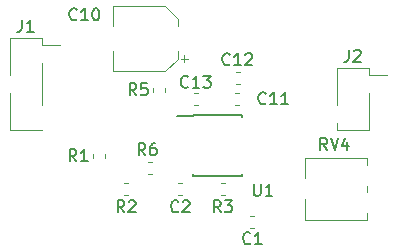
<source format=gbr>
G04 #@! TF.GenerationSoftware,KiCad,Pcbnew,5.0.0*
G04 #@! TF.CreationDate,2018-09-06T16:24:21+02:00*
G04 #@! TF.ProjectId,active_filter,6163746976655F66696C7465722E6B69,rev?*
G04 #@! TF.SameCoordinates,Original*
G04 #@! TF.FileFunction,Legend,Top*
G04 #@! TF.FilePolarity,Positive*
%FSLAX46Y46*%
G04 Gerber Fmt 4.6, Leading zero omitted, Abs format (unit mm)*
G04 Created by KiCad (PCBNEW 5.0.0) date Thu Sep  6 16:24:21 2018*
%MOMM*%
%LPD*%
G01*
G04 APERTURE LIST*
%ADD10C,0.150000*%
%ADD11C,0.120000*%
G04 APERTURE END LIST*
D10*
G04 #@! TO.C,U1*
X36152000Y-31842000D02*
X36152000Y-31892000D01*
X40302000Y-31842000D02*
X40302000Y-31987000D01*
X40302000Y-36992000D02*
X40302000Y-36847000D01*
X36152000Y-36992000D02*
X36152000Y-36847000D01*
X36152000Y-31842000D02*
X40302000Y-31842000D01*
X36152000Y-36992000D02*
X40302000Y-36992000D01*
X36152000Y-31892000D02*
X34752000Y-31892000D01*
D11*
G04 #@! TO.C,C2*
X34863721Y-37590000D02*
X35189279Y-37590000D01*
X34863721Y-38610000D02*
X35189279Y-38610000D01*
G04 #@! TO.C,C1*
X41310779Y-40384000D02*
X40985221Y-40384000D01*
X41310779Y-41404000D02*
X40985221Y-41404000D01*
G04 #@! TO.C,C10*
X29330000Y-22640000D02*
X29330000Y-24340000D01*
X29330000Y-28160000D02*
X29330000Y-26460000D01*
X33785563Y-28160000D02*
X29330000Y-28160000D01*
X33785563Y-22640000D02*
X29330000Y-22640000D01*
X34850000Y-23704437D02*
X34850000Y-24340000D01*
X34850000Y-27095563D02*
X34850000Y-26460000D01*
X34850000Y-27095563D02*
X33785563Y-28160000D01*
X34850000Y-23704437D02*
X33785563Y-22640000D01*
X35715000Y-27085000D02*
X35090000Y-27085000D01*
X35402500Y-27397500D02*
X35402500Y-26772500D01*
G04 #@! TO.C,C11*
X40015279Y-30990000D02*
X39689721Y-30990000D01*
X40015279Y-29970000D02*
X39689721Y-29970000D01*
G04 #@! TO.C,C12*
X40066279Y-29212000D02*
X39740721Y-29212000D01*
X40066279Y-28192000D02*
X39740721Y-28192000D01*
G04 #@! TO.C,C13*
X36184721Y-30990000D02*
X36510279Y-30990000D01*
X36184721Y-29970000D02*
X36510279Y-29970000D01*
G04 #@! TO.C,J1*
X20645000Y-25340000D02*
X23305000Y-25340000D01*
X20645000Y-33080000D02*
X23305000Y-33080000D01*
X23305000Y-27430000D02*
X23305000Y-30990000D01*
X20645000Y-25340000D02*
X20645000Y-28450000D01*
X23305000Y-25910000D02*
X24825000Y-25910000D01*
X23305000Y-25340000D02*
X23305000Y-25910000D01*
X20645000Y-32510000D02*
X20645000Y-33080000D01*
X20645000Y-29970000D02*
X20645000Y-33080000D01*
G04 #@! TO.C,J2*
X48331000Y-27880000D02*
X50991000Y-27880000D01*
X48331000Y-33080000D02*
X50991000Y-33080000D01*
X50991000Y-29970000D02*
X50991000Y-33080000D01*
X48331000Y-27880000D02*
X48331000Y-30990000D01*
X50991000Y-28450000D02*
X52511000Y-28450000D01*
X50991000Y-27880000D02*
X50991000Y-28450000D01*
X48331000Y-32510000D02*
X48331000Y-33080000D01*
G04 #@! TO.C,R1*
X27684000Y-35117721D02*
X27684000Y-35443279D01*
X28704000Y-35117721D02*
X28704000Y-35443279D01*
G04 #@! TO.C,R2*
X30291721Y-37590000D02*
X30617279Y-37590000D01*
X30291721Y-38610000D02*
X30617279Y-38610000D01*
G04 #@! TO.C,R3*
X38796279Y-38610000D02*
X38470721Y-38610000D01*
X38796279Y-37590000D02*
X38470721Y-37590000D01*
G04 #@! TO.C,R5*
X33784000Y-29580721D02*
X33784000Y-29906279D01*
X32764000Y-29580721D02*
X32764000Y-29906279D01*
G04 #@! TO.C,R6*
X32349221Y-36832000D02*
X32674779Y-36832000D01*
X32349221Y-35812000D02*
X32674779Y-35812000D01*
G04 #@! TO.C,RV4*
X45640000Y-35480000D02*
X50880000Y-35480000D01*
X45640000Y-40720000D02*
X50880000Y-40720000D01*
X45640000Y-35480000D02*
X45640000Y-37210000D01*
X45640000Y-38990000D02*
X45640000Y-40720000D01*
X50880000Y-35480000D02*
X50880000Y-36061000D01*
X50880000Y-37840000D02*
X50880000Y-38360000D01*
X50880000Y-40140000D02*
X50880000Y-40720000D01*
G04 #@! TO.C,U1*
D10*
X41275095Y-37679380D02*
X41275095Y-38488904D01*
X41322714Y-38584142D01*
X41370333Y-38631761D01*
X41465571Y-38679380D01*
X41656047Y-38679380D01*
X41751285Y-38631761D01*
X41798904Y-38584142D01*
X41846523Y-38488904D01*
X41846523Y-37679380D01*
X42846523Y-38679380D02*
X42275095Y-38679380D01*
X42560809Y-38679380D02*
X42560809Y-37679380D01*
X42465571Y-37822238D01*
X42370333Y-37917476D01*
X42275095Y-37965095D01*
G04 #@! TO.C,C2*
X34885333Y-39981142D02*
X34837714Y-40028761D01*
X34694857Y-40076380D01*
X34599619Y-40076380D01*
X34456761Y-40028761D01*
X34361523Y-39933523D01*
X34313904Y-39838285D01*
X34266285Y-39647809D01*
X34266285Y-39504952D01*
X34313904Y-39314476D01*
X34361523Y-39219238D01*
X34456761Y-39124000D01*
X34599619Y-39076380D01*
X34694857Y-39076380D01*
X34837714Y-39124000D01*
X34885333Y-39171619D01*
X35266285Y-39171619D02*
X35313904Y-39124000D01*
X35409142Y-39076380D01*
X35647238Y-39076380D01*
X35742476Y-39124000D01*
X35790095Y-39171619D01*
X35837714Y-39266857D01*
X35837714Y-39362095D01*
X35790095Y-39504952D01*
X35218666Y-40076380D01*
X35837714Y-40076380D01*
G04 #@! TO.C,C1*
X40981333Y-42681142D02*
X40933714Y-42728761D01*
X40790857Y-42776380D01*
X40695619Y-42776380D01*
X40552761Y-42728761D01*
X40457523Y-42633523D01*
X40409904Y-42538285D01*
X40362285Y-42347809D01*
X40362285Y-42204952D01*
X40409904Y-42014476D01*
X40457523Y-41919238D01*
X40552761Y-41824000D01*
X40695619Y-41776380D01*
X40790857Y-41776380D01*
X40933714Y-41824000D01*
X40981333Y-41871619D01*
X41933714Y-42776380D02*
X41362285Y-42776380D01*
X41648000Y-42776380D02*
X41648000Y-41776380D01*
X41552761Y-41919238D01*
X41457523Y-42014476D01*
X41362285Y-42062095D01*
G04 #@! TO.C,C10*
X26281142Y-23725142D02*
X26233523Y-23772761D01*
X26090666Y-23820380D01*
X25995428Y-23820380D01*
X25852571Y-23772761D01*
X25757333Y-23677523D01*
X25709714Y-23582285D01*
X25662095Y-23391809D01*
X25662095Y-23248952D01*
X25709714Y-23058476D01*
X25757333Y-22963238D01*
X25852571Y-22868000D01*
X25995428Y-22820380D01*
X26090666Y-22820380D01*
X26233523Y-22868000D01*
X26281142Y-22915619D01*
X27233523Y-23820380D02*
X26662095Y-23820380D01*
X26947809Y-23820380D02*
X26947809Y-22820380D01*
X26852571Y-22963238D01*
X26757333Y-23058476D01*
X26662095Y-23106095D01*
X27852571Y-22820380D02*
X27947809Y-22820380D01*
X28043047Y-22868000D01*
X28090666Y-22915619D01*
X28138285Y-23010857D01*
X28185904Y-23201333D01*
X28185904Y-23439428D01*
X28138285Y-23629904D01*
X28090666Y-23725142D01*
X28043047Y-23772761D01*
X27947809Y-23820380D01*
X27852571Y-23820380D01*
X27757333Y-23772761D01*
X27709714Y-23725142D01*
X27662095Y-23629904D01*
X27614476Y-23439428D01*
X27614476Y-23201333D01*
X27662095Y-23010857D01*
X27709714Y-22915619D01*
X27757333Y-22868000D01*
X27852571Y-22820380D01*
G04 #@! TO.C,C11*
X42283142Y-30837142D02*
X42235523Y-30884761D01*
X42092666Y-30932380D01*
X41997428Y-30932380D01*
X41854571Y-30884761D01*
X41759333Y-30789523D01*
X41711714Y-30694285D01*
X41664095Y-30503809D01*
X41664095Y-30360952D01*
X41711714Y-30170476D01*
X41759333Y-30075238D01*
X41854571Y-29980000D01*
X41997428Y-29932380D01*
X42092666Y-29932380D01*
X42235523Y-29980000D01*
X42283142Y-30027619D01*
X43235523Y-30932380D02*
X42664095Y-30932380D01*
X42949809Y-30932380D02*
X42949809Y-29932380D01*
X42854571Y-30075238D01*
X42759333Y-30170476D01*
X42664095Y-30218095D01*
X44187904Y-30932380D02*
X43616476Y-30932380D01*
X43902190Y-30932380D02*
X43902190Y-29932380D01*
X43806952Y-30075238D01*
X43711714Y-30170476D01*
X43616476Y-30218095D01*
G04 #@! TO.C,C12*
X39235142Y-27535142D02*
X39187523Y-27582761D01*
X39044666Y-27630380D01*
X38949428Y-27630380D01*
X38806571Y-27582761D01*
X38711333Y-27487523D01*
X38663714Y-27392285D01*
X38616095Y-27201809D01*
X38616095Y-27058952D01*
X38663714Y-26868476D01*
X38711333Y-26773238D01*
X38806571Y-26678000D01*
X38949428Y-26630380D01*
X39044666Y-26630380D01*
X39187523Y-26678000D01*
X39235142Y-26725619D01*
X40187523Y-27630380D02*
X39616095Y-27630380D01*
X39901809Y-27630380D02*
X39901809Y-26630380D01*
X39806571Y-26773238D01*
X39711333Y-26868476D01*
X39616095Y-26916095D01*
X40568476Y-26725619D02*
X40616095Y-26678000D01*
X40711333Y-26630380D01*
X40949428Y-26630380D01*
X41044666Y-26678000D01*
X41092285Y-26725619D01*
X41139904Y-26820857D01*
X41139904Y-26916095D01*
X41092285Y-27058952D01*
X40520857Y-27630380D01*
X41139904Y-27630380D01*
G04 #@! TO.C,C13*
X35704642Y-29440142D02*
X35657023Y-29487761D01*
X35514166Y-29535380D01*
X35418928Y-29535380D01*
X35276071Y-29487761D01*
X35180833Y-29392523D01*
X35133214Y-29297285D01*
X35085595Y-29106809D01*
X35085595Y-28963952D01*
X35133214Y-28773476D01*
X35180833Y-28678238D01*
X35276071Y-28583000D01*
X35418928Y-28535380D01*
X35514166Y-28535380D01*
X35657023Y-28583000D01*
X35704642Y-28630619D01*
X36657023Y-29535380D02*
X36085595Y-29535380D01*
X36371309Y-29535380D02*
X36371309Y-28535380D01*
X36276071Y-28678238D01*
X36180833Y-28773476D01*
X36085595Y-28821095D01*
X36990357Y-28535380D02*
X37609404Y-28535380D01*
X37276071Y-28916333D01*
X37418928Y-28916333D01*
X37514166Y-28963952D01*
X37561785Y-29011571D01*
X37609404Y-29106809D01*
X37609404Y-29344904D01*
X37561785Y-29440142D01*
X37514166Y-29487761D01*
X37418928Y-29535380D01*
X37133214Y-29535380D01*
X37037976Y-29487761D01*
X36990357Y-29440142D01*
G04 #@! TO.C,J1*
X21641666Y-23792380D02*
X21641666Y-24506666D01*
X21594047Y-24649523D01*
X21498809Y-24744761D01*
X21355952Y-24792380D01*
X21260714Y-24792380D01*
X22641666Y-24792380D02*
X22070238Y-24792380D01*
X22355952Y-24792380D02*
X22355952Y-23792380D01*
X22260714Y-23935238D01*
X22165476Y-24030476D01*
X22070238Y-24078095D01*
G04 #@! TO.C,J2*
X49327666Y-26332380D02*
X49327666Y-27046666D01*
X49280047Y-27189523D01*
X49184809Y-27284761D01*
X49041952Y-27332380D01*
X48946714Y-27332380D01*
X49756238Y-26427619D02*
X49803857Y-26380000D01*
X49899095Y-26332380D01*
X50137190Y-26332380D01*
X50232428Y-26380000D01*
X50280047Y-26427619D01*
X50327666Y-26522857D01*
X50327666Y-26618095D01*
X50280047Y-26760952D01*
X49708619Y-27332380D01*
X50327666Y-27332380D01*
G04 #@! TO.C,R1*
X26249333Y-35758380D02*
X25916000Y-35282190D01*
X25677904Y-35758380D02*
X25677904Y-34758380D01*
X26058857Y-34758380D01*
X26154095Y-34806000D01*
X26201714Y-34853619D01*
X26249333Y-34948857D01*
X26249333Y-35091714D01*
X26201714Y-35186952D01*
X26154095Y-35234571D01*
X26058857Y-35282190D01*
X25677904Y-35282190D01*
X27201714Y-35758380D02*
X26630285Y-35758380D01*
X26916000Y-35758380D02*
X26916000Y-34758380D01*
X26820761Y-34901238D01*
X26725523Y-34996476D01*
X26630285Y-35044095D01*
G04 #@! TO.C,R2*
X30313333Y-40076380D02*
X29980000Y-39600190D01*
X29741904Y-40076380D02*
X29741904Y-39076380D01*
X30122857Y-39076380D01*
X30218095Y-39124000D01*
X30265714Y-39171619D01*
X30313333Y-39266857D01*
X30313333Y-39409714D01*
X30265714Y-39504952D01*
X30218095Y-39552571D01*
X30122857Y-39600190D01*
X29741904Y-39600190D01*
X30694285Y-39171619D02*
X30741904Y-39124000D01*
X30837142Y-39076380D01*
X31075238Y-39076380D01*
X31170476Y-39124000D01*
X31218095Y-39171619D01*
X31265714Y-39266857D01*
X31265714Y-39362095D01*
X31218095Y-39504952D01*
X30646666Y-40076380D01*
X31265714Y-40076380D01*
G04 #@! TO.C,R3*
X38466833Y-40076380D02*
X38133500Y-39600190D01*
X37895404Y-40076380D02*
X37895404Y-39076380D01*
X38276357Y-39076380D01*
X38371595Y-39124000D01*
X38419214Y-39171619D01*
X38466833Y-39266857D01*
X38466833Y-39409714D01*
X38419214Y-39504952D01*
X38371595Y-39552571D01*
X38276357Y-39600190D01*
X37895404Y-39600190D01*
X38800166Y-39076380D02*
X39419214Y-39076380D01*
X39085880Y-39457333D01*
X39228738Y-39457333D01*
X39323976Y-39504952D01*
X39371595Y-39552571D01*
X39419214Y-39647809D01*
X39419214Y-39885904D01*
X39371595Y-39981142D01*
X39323976Y-40028761D01*
X39228738Y-40076380D01*
X38943023Y-40076380D01*
X38847785Y-40028761D01*
X38800166Y-39981142D01*
G04 #@! TO.C,R5*
X31329333Y-30170380D02*
X30996000Y-29694190D01*
X30757904Y-30170380D02*
X30757904Y-29170380D01*
X31138857Y-29170380D01*
X31234095Y-29218000D01*
X31281714Y-29265619D01*
X31329333Y-29360857D01*
X31329333Y-29503714D01*
X31281714Y-29598952D01*
X31234095Y-29646571D01*
X31138857Y-29694190D01*
X30757904Y-29694190D01*
X32234095Y-29170380D02*
X31757904Y-29170380D01*
X31710285Y-29646571D01*
X31757904Y-29598952D01*
X31853142Y-29551333D01*
X32091238Y-29551333D01*
X32186476Y-29598952D01*
X32234095Y-29646571D01*
X32281714Y-29741809D01*
X32281714Y-29979904D01*
X32234095Y-30075142D01*
X32186476Y-30122761D01*
X32091238Y-30170380D01*
X31853142Y-30170380D01*
X31757904Y-30122761D01*
X31710285Y-30075142D01*
G04 #@! TO.C,R6*
X32091333Y-35250380D02*
X31758000Y-34774190D01*
X31519904Y-35250380D02*
X31519904Y-34250380D01*
X31900857Y-34250380D01*
X31996095Y-34298000D01*
X32043714Y-34345619D01*
X32091333Y-34440857D01*
X32091333Y-34583714D01*
X32043714Y-34678952D01*
X31996095Y-34726571D01*
X31900857Y-34774190D01*
X31519904Y-34774190D01*
X32948476Y-34250380D02*
X32758000Y-34250380D01*
X32662761Y-34298000D01*
X32615142Y-34345619D01*
X32519904Y-34488476D01*
X32472285Y-34678952D01*
X32472285Y-35059904D01*
X32519904Y-35155142D01*
X32567523Y-35202761D01*
X32662761Y-35250380D01*
X32853238Y-35250380D01*
X32948476Y-35202761D01*
X32996095Y-35155142D01*
X33043714Y-35059904D01*
X33043714Y-34821809D01*
X32996095Y-34726571D01*
X32948476Y-34678952D01*
X32853238Y-34631333D01*
X32662761Y-34631333D01*
X32567523Y-34678952D01*
X32519904Y-34726571D01*
X32472285Y-34821809D01*
G04 #@! TO.C,RV4*
X47489761Y-34802380D02*
X47156428Y-34326190D01*
X46918333Y-34802380D02*
X46918333Y-33802380D01*
X47299285Y-33802380D01*
X47394523Y-33850000D01*
X47442142Y-33897619D01*
X47489761Y-33992857D01*
X47489761Y-34135714D01*
X47442142Y-34230952D01*
X47394523Y-34278571D01*
X47299285Y-34326190D01*
X46918333Y-34326190D01*
X47775476Y-33802380D02*
X48108809Y-34802380D01*
X48442142Y-33802380D01*
X49204047Y-34135714D02*
X49204047Y-34802380D01*
X48965952Y-33754761D02*
X48727857Y-34469047D01*
X49346904Y-34469047D01*
G04 #@! TD*
M02*

</source>
